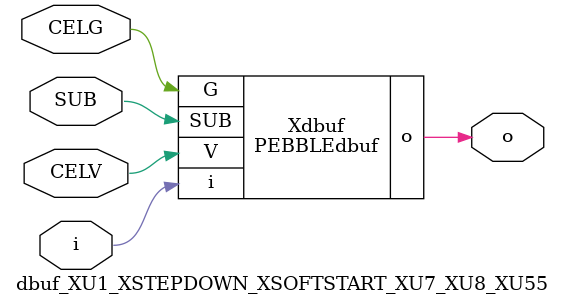
<source format=v>



module PEBBLEdbuf ( o, G, SUB, V, i );

  input V;
  input i;
  input G;
  output o;
  input SUB;
endmodule

//Celera Confidential Do Not Copy dbuf_XU1_XSTEPDOWN_XSOFTSTART_XU7_XU8_XU55
//Celera Confidential Symbol Generator
//Digital Buffer
module dbuf_XU1_XSTEPDOWN_XSOFTSTART_XU7_XU8_XU55 (CELV,CELG,i,o,SUB);
input CELV;
input CELG;
input i;
input SUB;
output o;

//Celera Confidential Do Not Copy dbuf
PEBBLEdbuf Xdbuf(
.V (CELV),
.i (i),
.o (o),
.SUB (SUB),
.G (CELG)
);
//,diesize,PEBBLEdbuf

//Celera Confidential Do Not Copy Module End
//Celera Schematic Generator
endmodule

</source>
